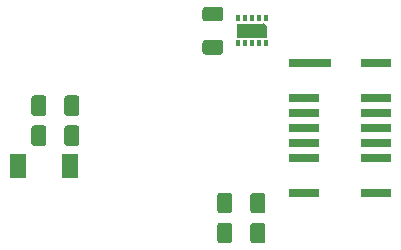
<source format=gbr>
G04 #@! TF.GenerationSoftware,KiCad,Pcbnew,(5.1.5)-3*
G04 #@! TF.CreationDate,2020-03-14T15:22:24+01:00*
G04 #@! TF.ProjectId,SesnorBoard,5365736e-6f72-4426-9f61-72642e6b6963,rev?*
G04 #@! TF.SameCoordinates,Original*
G04 #@! TF.FileFunction,Paste,Top*
G04 #@! TF.FilePolarity,Positive*
%FSLAX46Y46*%
G04 Gerber Fmt 4.6, Leading zero omitted, Abs format (unit mm)*
G04 Created by KiCad (PCBNEW (5.1.5)-3) date 2020-03-14 15:22:24*
%MOMM*%
%LPD*%
G04 APERTURE LIST*
%ADD10R,2.600000X0.800000*%
%ADD11R,3.600000X0.800000*%
%ADD12R,2.600000X0.700000*%
%ADD13R,1.400000X2.100000*%
%ADD14C,0.100000*%
%ADD15R,0.400000X0.600000*%
%ADD16R,2.200000X1.300000*%
%ADD17R,0.300000X1.000000*%
G04 APERTURE END LIST*
D10*
X78615000Y290410000D03*
X78615000Y301410000D03*
X72515000Y290410000D03*
D11*
X73015000Y301410000D03*
D12*
X72515000Y298450000D03*
X72515000Y297180000D03*
X72515000Y295910000D03*
X72515000Y294640000D03*
X72515000Y293370000D03*
X78615000Y293370000D03*
X78615000Y294640000D03*
X78615000Y295910000D03*
X78615000Y297180000D03*
X78615000Y298450000D03*
D13*
X48260000Y292735000D03*
X52660000Y292735000D03*
D14*
G36*
X66179504Y287893796D02*
G01*
X66203773Y287890196D01*
X66227571Y287884235D01*
X66250671Y287875970D01*
X66272849Y287865480D01*
X66293893Y287852867D01*
X66313598Y287838253D01*
X66331777Y287821777D01*
X66348253Y287803598D01*
X66362867Y287783893D01*
X66375480Y287762849D01*
X66385970Y287740671D01*
X66394235Y287717571D01*
X66400196Y287693773D01*
X66403796Y287669504D01*
X66405000Y287645000D01*
X66405000Y286395000D01*
X66403796Y286370496D01*
X66400196Y286346227D01*
X66394235Y286322429D01*
X66385970Y286299329D01*
X66375480Y286277151D01*
X66362867Y286256107D01*
X66348253Y286236402D01*
X66331777Y286218223D01*
X66313598Y286201747D01*
X66293893Y286187133D01*
X66272849Y286174520D01*
X66250671Y286164030D01*
X66227571Y286155765D01*
X66203773Y286149804D01*
X66179504Y286146204D01*
X66155000Y286145000D01*
X65405000Y286145000D01*
X65380496Y286146204D01*
X65356227Y286149804D01*
X65332429Y286155765D01*
X65309329Y286164030D01*
X65287151Y286174520D01*
X65266107Y286187133D01*
X65246402Y286201747D01*
X65228223Y286218223D01*
X65211747Y286236402D01*
X65197133Y286256107D01*
X65184520Y286277151D01*
X65174030Y286299329D01*
X65165765Y286322429D01*
X65159804Y286346227D01*
X65156204Y286370496D01*
X65155000Y286395000D01*
X65155000Y287645000D01*
X65156204Y287669504D01*
X65159804Y287693773D01*
X65165765Y287717571D01*
X65174030Y287740671D01*
X65184520Y287762849D01*
X65197133Y287783893D01*
X65211747Y287803598D01*
X65228223Y287821777D01*
X65246402Y287838253D01*
X65266107Y287852867D01*
X65287151Y287865480D01*
X65309329Y287875970D01*
X65332429Y287884235D01*
X65356227Y287890196D01*
X65380496Y287893796D01*
X65405000Y287895000D01*
X66155000Y287895000D01*
X66179504Y287893796D01*
G37*
G36*
X68979504Y287893796D02*
G01*
X69003773Y287890196D01*
X69027571Y287884235D01*
X69050671Y287875970D01*
X69072849Y287865480D01*
X69093893Y287852867D01*
X69113598Y287838253D01*
X69131777Y287821777D01*
X69148253Y287803598D01*
X69162867Y287783893D01*
X69175480Y287762849D01*
X69185970Y287740671D01*
X69194235Y287717571D01*
X69200196Y287693773D01*
X69203796Y287669504D01*
X69205000Y287645000D01*
X69205000Y286395000D01*
X69203796Y286370496D01*
X69200196Y286346227D01*
X69194235Y286322429D01*
X69185970Y286299329D01*
X69175480Y286277151D01*
X69162867Y286256107D01*
X69148253Y286236402D01*
X69131777Y286218223D01*
X69113598Y286201747D01*
X69093893Y286187133D01*
X69072849Y286174520D01*
X69050671Y286164030D01*
X69027571Y286155765D01*
X69003773Y286149804D01*
X68979504Y286146204D01*
X68955000Y286145000D01*
X68205000Y286145000D01*
X68180496Y286146204D01*
X68156227Y286149804D01*
X68132429Y286155765D01*
X68109329Y286164030D01*
X68087151Y286174520D01*
X68066107Y286187133D01*
X68046402Y286201747D01*
X68028223Y286218223D01*
X68011747Y286236402D01*
X67997133Y286256107D01*
X67984520Y286277151D01*
X67974030Y286299329D01*
X67965765Y286322429D01*
X67959804Y286346227D01*
X67956204Y286370496D01*
X67955000Y286395000D01*
X67955000Y287645000D01*
X67956204Y287669504D01*
X67959804Y287693773D01*
X67965765Y287717571D01*
X67974030Y287740671D01*
X67984520Y287762849D01*
X67997133Y287783893D01*
X68011747Y287803598D01*
X68028223Y287821777D01*
X68046402Y287838253D01*
X68066107Y287852867D01*
X68087151Y287865480D01*
X68109329Y287875970D01*
X68132429Y287884235D01*
X68156227Y287890196D01*
X68180496Y287893796D01*
X68205000Y287895000D01*
X68955000Y287895000D01*
X68979504Y287893796D01*
G37*
D15*
X68095000Y303115000D03*
X67495000Y305215000D03*
X68095000Y305215000D03*
X68695000Y305215000D03*
X69295000Y305215000D03*
X66895000Y305215000D03*
X68695000Y303115000D03*
X69295000Y303115000D03*
X67495000Y303115000D03*
X66895000Y303115000D03*
D16*
X67945000Y304165000D03*
D17*
X69195000Y304015000D03*
D14*
G36*
X69045000Y304815000D02*
G01*
X69345000Y304515000D01*
X69345000Y303815000D01*
X69045000Y303515000D01*
X69045000Y304815000D01*
G37*
G36*
X50434504Y296148796D02*
G01*
X50458773Y296145196D01*
X50482571Y296139235D01*
X50505671Y296130970D01*
X50527849Y296120480D01*
X50548893Y296107867D01*
X50568598Y296093253D01*
X50586777Y296076777D01*
X50603253Y296058598D01*
X50617867Y296038893D01*
X50630480Y296017849D01*
X50640970Y295995671D01*
X50649235Y295972571D01*
X50655196Y295948773D01*
X50658796Y295924504D01*
X50660000Y295900000D01*
X50660000Y294650000D01*
X50658796Y294625496D01*
X50655196Y294601227D01*
X50649235Y294577429D01*
X50640970Y294554329D01*
X50630480Y294532151D01*
X50617867Y294511107D01*
X50603253Y294491402D01*
X50586777Y294473223D01*
X50568598Y294456747D01*
X50548893Y294442133D01*
X50527849Y294429520D01*
X50505671Y294419030D01*
X50482571Y294410765D01*
X50458773Y294404804D01*
X50434504Y294401204D01*
X50410000Y294400000D01*
X49660000Y294400000D01*
X49635496Y294401204D01*
X49611227Y294404804D01*
X49587429Y294410765D01*
X49564329Y294419030D01*
X49542151Y294429520D01*
X49521107Y294442133D01*
X49501402Y294456747D01*
X49483223Y294473223D01*
X49466747Y294491402D01*
X49452133Y294511107D01*
X49439520Y294532151D01*
X49429030Y294554329D01*
X49420765Y294577429D01*
X49414804Y294601227D01*
X49411204Y294625496D01*
X49410000Y294650000D01*
X49410000Y295900000D01*
X49411204Y295924504D01*
X49414804Y295948773D01*
X49420765Y295972571D01*
X49429030Y295995671D01*
X49439520Y296017849D01*
X49452133Y296038893D01*
X49466747Y296058598D01*
X49483223Y296076777D01*
X49501402Y296093253D01*
X49521107Y296107867D01*
X49542151Y296120480D01*
X49564329Y296130970D01*
X49587429Y296139235D01*
X49611227Y296145196D01*
X49635496Y296148796D01*
X49660000Y296150000D01*
X50410000Y296150000D01*
X50434504Y296148796D01*
G37*
G36*
X53234504Y296148796D02*
G01*
X53258773Y296145196D01*
X53282571Y296139235D01*
X53305671Y296130970D01*
X53327849Y296120480D01*
X53348893Y296107867D01*
X53368598Y296093253D01*
X53386777Y296076777D01*
X53403253Y296058598D01*
X53417867Y296038893D01*
X53430480Y296017849D01*
X53440970Y295995671D01*
X53449235Y295972571D01*
X53455196Y295948773D01*
X53458796Y295924504D01*
X53460000Y295900000D01*
X53460000Y294650000D01*
X53458796Y294625496D01*
X53455196Y294601227D01*
X53449235Y294577429D01*
X53440970Y294554329D01*
X53430480Y294532151D01*
X53417867Y294511107D01*
X53403253Y294491402D01*
X53386777Y294473223D01*
X53368598Y294456747D01*
X53348893Y294442133D01*
X53327849Y294429520D01*
X53305671Y294419030D01*
X53282571Y294410765D01*
X53258773Y294404804D01*
X53234504Y294401204D01*
X53210000Y294400000D01*
X52460000Y294400000D01*
X52435496Y294401204D01*
X52411227Y294404804D01*
X52387429Y294410765D01*
X52364329Y294419030D01*
X52342151Y294429520D01*
X52321107Y294442133D01*
X52301402Y294456747D01*
X52283223Y294473223D01*
X52266747Y294491402D01*
X52252133Y294511107D01*
X52239520Y294532151D01*
X52229030Y294554329D01*
X52220765Y294577429D01*
X52214804Y294601227D01*
X52211204Y294625496D01*
X52210000Y294650000D01*
X52210000Y295900000D01*
X52211204Y295924504D01*
X52214804Y295948773D01*
X52220765Y295972571D01*
X52229030Y295995671D01*
X52239520Y296017849D01*
X52252133Y296038893D01*
X52266747Y296058598D01*
X52283223Y296076777D01*
X52301402Y296093253D01*
X52321107Y296107867D01*
X52342151Y296120480D01*
X52364329Y296130970D01*
X52387429Y296139235D01*
X52411227Y296145196D01*
X52435496Y296148796D01*
X52460000Y296150000D01*
X53210000Y296150000D01*
X53234504Y296148796D01*
G37*
G36*
X50434504Y298688796D02*
G01*
X50458773Y298685196D01*
X50482571Y298679235D01*
X50505671Y298670970D01*
X50527849Y298660480D01*
X50548893Y298647867D01*
X50568598Y298633253D01*
X50586777Y298616777D01*
X50603253Y298598598D01*
X50617867Y298578893D01*
X50630480Y298557849D01*
X50640970Y298535671D01*
X50649235Y298512571D01*
X50655196Y298488773D01*
X50658796Y298464504D01*
X50660000Y298440000D01*
X50660000Y297190000D01*
X50658796Y297165496D01*
X50655196Y297141227D01*
X50649235Y297117429D01*
X50640970Y297094329D01*
X50630480Y297072151D01*
X50617867Y297051107D01*
X50603253Y297031402D01*
X50586777Y297013223D01*
X50568598Y296996747D01*
X50548893Y296982133D01*
X50527849Y296969520D01*
X50505671Y296959030D01*
X50482571Y296950765D01*
X50458773Y296944804D01*
X50434504Y296941204D01*
X50410000Y296940000D01*
X49660000Y296940000D01*
X49635496Y296941204D01*
X49611227Y296944804D01*
X49587429Y296950765D01*
X49564329Y296959030D01*
X49542151Y296969520D01*
X49521107Y296982133D01*
X49501402Y296996747D01*
X49483223Y297013223D01*
X49466747Y297031402D01*
X49452133Y297051107D01*
X49439520Y297072151D01*
X49429030Y297094329D01*
X49420765Y297117429D01*
X49414804Y297141227D01*
X49411204Y297165496D01*
X49410000Y297190000D01*
X49410000Y298440000D01*
X49411204Y298464504D01*
X49414804Y298488773D01*
X49420765Y298512571D01*
X49429030Y298535671D01*
X49439520Y298557849D01*
X49452133Y298578893D01*
X49466747Y298598598D01*
X49483223Y298616777D01*
X49501402Y298633253D01*
X49521107Y298647867D01*
X49542151Y298660480D01*
X49564329Y298670970D01*
X49587429Y298679235D01*
X49611227Y298685196D01*
X49635496Y298688796D01*
X49660000Y298690000D01*
X50410000Y298690000D01*
X50434504Y298688796D01*
G37*
G36*
X53234504Y298688796D02*
G01*
X53258773Y298685196D01*
X53282571Y298679235D01*
X53305671Y298670970D01*
X53327849Y298660480D01*
X53348893Y298647867D01*
X53368598Y298633253D01*
X53386777Y298616777D01*
X53403253Y298598598D01*
X53417867Y298578893D01*
X53430480Y298557849D01*
X53440970Y298535671D01*
X53449235Y298512571D01*
X53455196Y298488773D01*
X53458796Y298464504D01*
X53460000Y298440000D01*
X53460000Y297190000D01*
X53458796Y297165496D01*
X53455196Y297141227D01*
X53449235Y297117429D01*
X53440970Y297094329D01*
X53430480Y297072151D01*
X53417867Y297051107D01*
X53403253Y297031402D01*
X53386777Y297013223D01*
X53368598Y296996747D01*
X53348893Y296982133D01*
X53327849Y296969520D01*
X53305671Y296959030D01*
X53282571Y296950765D01*
X53258773Y296944804D01*
X53234504Y296941204D01*
X53210000Y296940000D01*
X52460000Y296940000D01*
X52435496Y296941204D01*
X52411227Y296944804D01*
X52387429Y296950765D01*
X52364329Y296959030D01*
X52342151Y296969520D01*
X52321107Y296982133D01*
X52301402Y296996747D01*
X52283223Y297013223D01*
X52266747Y297031402D01*
X52252133Y297051107D01*
X52239520Y297072151D01*
X52229030Y297094329D01*
X52220765Y297117429D01*
X52214804Y297141227D01*
X52211204Y297165496D01*
X52210000Y297190000D01*
X52210000Y298440000D01*
X52211204Y298464504D01*
X52214804Y298488773D01*
X52220765Y298512571D01*
X52229030Y298535671D01*
X52239520Y298557849D01*
X52252133Y298578893D01*
X52266747Y298598598D01*
X52283223Y298616777D01*
X52301402Y298633253D01*
X52321107Y298647867D01*
X52342151Y298660480D01*
X52364329Y298670970D01*
X52387429Y298679235D01*
X52411227Y298685196D01*
X52435496Y298688796D01*
X52460000Y298690000D01*
X53210000Y298690000D01*
X53234504Y298688796D01*
G37*
G36*
X65419504Y306188796D02*
G01*
X65443773Y306185196D01*
X65467571Y306179235D01*
X65490671Y306170970D01*
X65512849Y306160480D01*
X65533893Y306147867D01*
X65553598Y306133253D01*
X65571777Y306116777D01*
X65588253Y306098598D01*
X65602867Y306078893D01*
X65615480Y306057849D01*
X65625970Y306035671D01*
X65634235Y306012571D01*
X65640196Y305988773D01*
X65643796Y305964504D01*
X65645000Y305940000D01*
X65645000Y305190000D01*
X65643796Y305165496D01*
X65640196Y305141227D01*
X65634235Y305117429D01*
X65625970Y305094329D01*
X65615480Y305072151D01*
X65602867Y305051107D01*
X65588253Y305031402D01*
X65571777Y305013223D01*
X65553598Y304996747D01*
X65533893Y304982133D01*
X65512849Y304969520D01*
X65490671Y304959030D01*
X65467571Y304950765D01*
X65443773Y304944804D01*
X65419504Y304941204D01*
X65395000Y304940000D01*
X64145000Y304940000D01*
X64120496Y304941204D01*
X64096227Y304944804D01*
X64072429Y304950765D01*
X64049329Y304959030D01*
X64027151Y304969520D01*
X64006107Y304982133D01*
X63986402Y304996747D01*
X63968223Y305013223D01*
X63951747Y305031402D01*
X63937133Y305051107D01*
X63924520Y305072151D01*
X63914030Y305094329D01*
X63905765Y305117429D01*
X63899804Y305141227D01*
X63896204Y305165496D01*
X63895000Y305190000D01*
X63895000Y305940000D01*
X63896204Y305964504D01*
X63899804Y305988773D01*
X63905765Y306012571D01*
X63914030Y306035671D01*
X63924520Y306057849D01*
X63937133Y306078893D01*
X63951747Y306098598D01*
X63968223Y306116777D01*
X63986402Y306133253D01*
X64006107Y306147867D01*
X64027151Y306160480D01*
X64049329Y306170970D01*
X64072429Y306179235D01*
X64096227Y306185196D01*
X64120496Y306188796D01*
X64145000Y306190000D01*
X65395000Y306190000D01*
X65419504Y306188796D01*
G37*
G36*
X65419504Y303388796D02*
G01*
X65443773Y303385196D01*
X65467571Y303379235D01*
X65490671Y303370970D01*
X65512849Y303360480D01*
X65533893Y303347867D01*
X65553598Y303333253D01*
X65571777Y303316777D01*
X65588253Y303298598D01*
X65602867Y303278893D01*
X65615480Y303257849D01*
X65625970Y303235671D01*
X65634235Y303212571D01*
X65640196Y303188773D01*
X65643796Y303164504D01*
X65645000Y303140000D01*
X65645000Y302390000D01*
X65643796Y302365496D01*
X65640196Y302341227D01*
X65634235Y302317429D01*
X65625970Y302294329D01*
X65615480Y302272151D01*
X65602867Y302251107D01*
X65588253Y302231402D01*
X65571777Y302213223D01*
X65553598Y302196747D01*
X65533893Y302182133D01*
X65512849Y302169520D01*
X65490671Y302159030D01*
X65467571Y302150765D01*
X65443773Y302144804D01*
X65419504Y302141204D01*
X65395000Y302140000D01*
X64145000Y302140000D01*
X64120496Y302141204D01*
X64096227Y302144804D01*
X64072429Y302150765D01*
X64049329Y302159030D01*
X64027151Y302169520D01*
X64006107Y302182133D01*
X63986402Y302196747D01*
X63968223Y302213223D01*
X63951747Y302231402D01*
X63937133Y302251107D01*
X63924520Y302272151D01*
X63914030Y302294329D01*
X63905765Y302317429D01*
X63899804Y302341227D01*
X63896204Y302365496D01*
X63895000Y302390000D01*
X63895000Y303140000D01*
X63896204Y303164504D01*
X63899804Y303188773D01*
X63905765Y303212571D01*
X63914030Y303235671D01*
X63924520Y303257849D01*
X63937133Y303278893D01*
X63951747Y303298598D01*
X63968223Y303316777D01*
X63986402Y303333253D01*
X64006107Y303347867D01*
X64027151Y303360480D01*
X64049329Y303370970D01*
X64072429Y303379235D01*
X64096227Y303385196D01*
X64120496Y303388796D01*
X64145000Y303390000D01*
X65395000Y303390000D01*
X65419504Y303388796D01*
G37*
G36*
X66179504Y290433796D02*
G01*
X66203773Y290430196D01*
X66227571Y290424235D01*
X66250671Y290415970D01*
X66272849Y290405480D01*
X66293893Y290392867D01*
X66313598Y290378253D01*
X66331777Y290361777D01*
X66348253Y290343598D01*
X66362867Y290323893D01*
X66375480Y290302849D01*
X66385970Y290280671D01*
X66394235Y290257571D01*
X66400196Y290233773D01*
X66403796Y290209504D01*
X66405000Y290185000D01*
X66405000Y288935000D01*
X66403796Y288910496D01*
X66400196Y288886227D01*
X66394235Y288862429D01*
X66385970Y288839329D01*
X66375480Y288817151D01*
X66362867Y288796107D01*
X66348253Y288776402D01*
X66331777Y288758223D01*
X66313598Y288741747D01*
X66293893Y288727133D01*
X66272849Y288714520D01*
X66250671Y288704030D01*
X66227571Y288695765D01*
X66203773Y288689804D01*
X66179504Y288686204D01*
X66155000Y288685000D01*
X65405000Y288685000D01*
X65380496Y288686204D01*
X65356227Y288689804D01*
X65332429Y288695765D01*
X65309329Y288704030D01*
X65287151Y288714520D01*
X65266107Y288727133D01*
X65246402Y288741747D01*
X65228223Y288758223D01*
X65211747Y288776402D01*
X65197133Y288796107D01*
X65184520Y288817151D01*
X65174030Y288839329D01*
X65165765Y288862429D01*
X65159804Y288886227D01*
X65156204Y288910496D01*
X65155000Y288935000D01*
X65155000Y290185000D01*
X65156204Y290209504D01*
X65159804Y290233773D01*
X65165765Y290257571D01*
X65174030Y290280671D01*
X65184520Y290302849D01*
X65197133Y290323893D01*
X65211747Y290343598D01*
X65228223Y290361777D01*
X65246402Y290378253D01*
X65266107Y290392867D01*
X65287151Y290405480D01*
X65309329Y290415970D01*
X65332429Y290424235D01*
X65356227Y290430196D01*
X65380496Y290433796D01*
X65405000Y290435000D01*
X66155000Y290435000D01*
X66179504Y290433796D01*
G37*
G36*
X68979504Y290433796D02*
G01*
X69003773Y290430196D01*
X69027571Y290424235D01*
X69050671Y290415970D01*
X69072849Y290405480D01*
X69093893Y290392867D01*
X69113598Y290378253D01*
X69131777Y290361777D01*
X69148253Y290343598D01*
X69162867Y290323893D01*
X69175480Y290302849D01*
X69185970Y290280671D01*
X69194235Y290257571D01*
X69200196Y290233773D01*
X69203796Y290209504D01*
X69205000Y290185000D01*
X69205000Y288935000D01*
X69203796Y288910496D01*
X69200196Y288886227D01*
X69194235Y288862429D01*
X69185970Y288839329D01*
X69175480Y288817151D01*
X69162867Y288796107D01*
X69148253Y288776402D01*
X69131777Y288758223D01*
X69113598Y288741747D01*
X69093893Y288727133D01*
X69072849Y288714520D01*
X69050671Y288704030D01*
X69027571Y288695765D01*
X69003773Y288689804D01*
X68979504Y288686204D01*
X68955000Y288685000D01*
X68205000Y288685000D01*
X68180496Y288686204D01*
X68156227Y288689804D01*
X68132429Y288695765D01*
X68109329Y288704030D01*
X68087151Y288714520D01*
X68066107Y288727133D01*
X68046402Y288741747D01*
X68028223Y288758223D01*
X68011747Y288776402D01*
X67997133Y288796107D01*
X67984520Y288817151D01*
X67974030Y288839329D01*
X67965765Y288862429D01*
X67959804Y288886227D01*
X67956204Y288910496D01*
X67955000Y288935000D01*
X67955000Y290185000D01*
X67956204Y290209504D01*
X67959804Y290233773D01*
X67965765Y290257571D01*
X67974030Y290280671D01*
X67984520Y290302849D01*
X67997133Y290323893D01*
X68011747Y290343598D01*
X68028223Y290361777D01*
X68046402Y290378253D01*
X68066107Y290392867D01*
X68087151Y290405480D01*
X68109329Y290415970D01*
X68132429Y290424235D01*
X68156227Y290430196D01*
X68180496Y290433796D01*
X68205000Y290435000D01*
X68955000Y290435000D01*
X68979504Y290433796D01*
G37*
M02*

</source>
